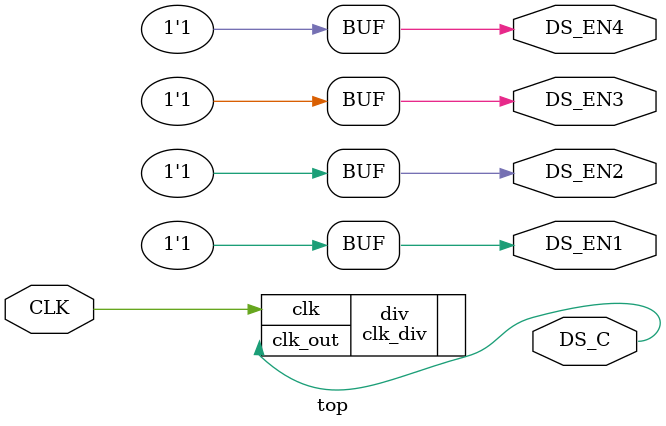
<source format=v>
/*
*   Introduction to FPGA and Verilog
*
*   Viktor Prutyanov, 2019
*
*   Problem set #03
*/

/*
*   Top-level module
*/
module top(
    input CLK,

    output DS_C,
    output DS_EN1, DS_EN2, DS_EN3, DS_EN4
);

assign {DS_EN1, DS_EN2, DS_EN3, DS_EN4} = 4'b1111;
    clk_div #(.x(24)) div(.clk(CLK),.clk_out(DS_C));
/*
*   Problem 1/:
*   Make an instance of the parametrized clock divider module (clk_div)
*   written in the previous problem set.
*   Connect CLK to the input and DS_C to the output of the divider.
*   Choose any value of parameter X in range [11; 14].
*/

endmodule

</source>
